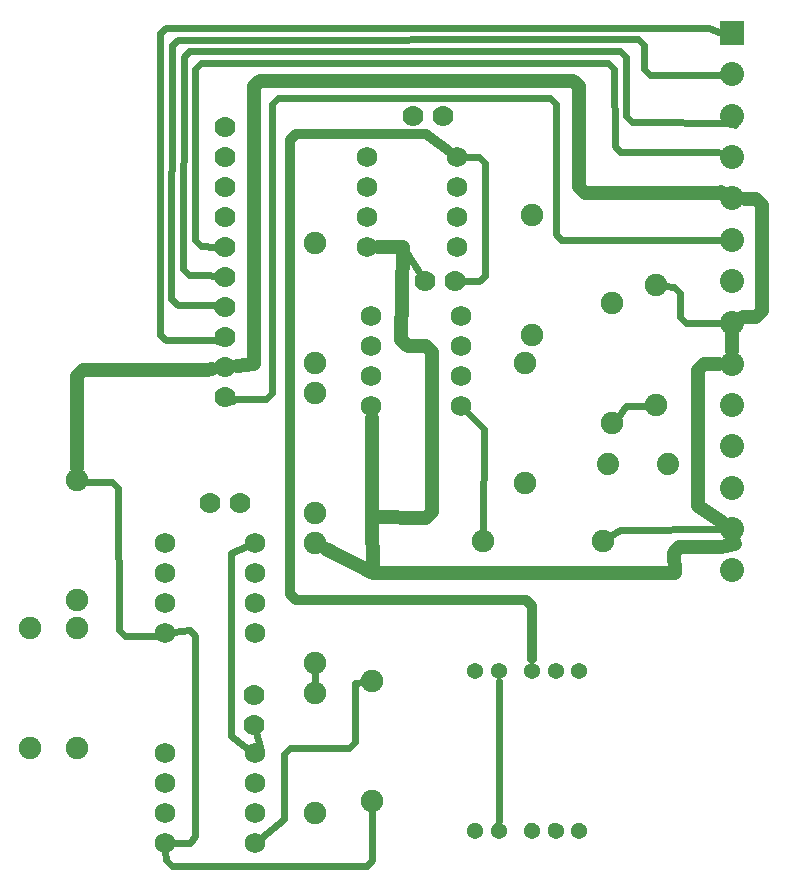
<source format=gbl>
G04 MADE WITH FRITZING*
G04 WWW.FRITZING.ORG*
G04 DOUBLE SIDED*
G04 HOLES PLATED*
G04 CONTOUR ON CENTER OF CONTOUR VECTOR*
%ASAXBY*%
%FSLAX23Y23*%
%MOIN*%
%OFA0B0*%
%SFA1.0B1.0*%
%ADD10C,0.074000*%
%ADD11C,0.075000*%
%ADD12C,0.070000*%
%ADD13C,0.053843*%
%ADD14C,0.080000*%
%ADD15C,0.068000*%
%ADD16R,0.080000X0.080000*%
%ADD17C,0.032000*%
%ADD18C,0.024000*%
%ADD19C,0.048000*%
%ADD20R,0.001000X0.001000*%
%LNCOPPER0*%
G90*
G70*
G54D10*
X2122Y1468D03*
X2322Y1468D03*
G54D11*
X196Y923D03*
X196Y523D03*
X2282Y2065D03*
X2282Y1665D03*
X1337Y746D03*
X1337Y346D03*
X1705Y1212D03*
X2105Y1212D03*
G54D12*
X1473Y2629D03*
X1573Y2629D03*
X1513Y2078D03*
X1613Y2078D03*
X944Y600D03*
X944Y700D03*
X795Y1341D03*
X895Y1341D03*
G54D13*
X1680Y247D03*
X1759Y247D03*
X1869Y247D03*
X1948Y247D03*
X2026Y247D03*
X1680Y779D03*
X1759Y779D03*
X1869Y779D03*
X1948Y779D03*
X2026Y779D03*
G54D12*
X845Y2593D03*
X845Y2493D03*
X845Y2393D03*
X845Y2293D03*
X845Y2193D03*
X845Y2093D03*
X845Y1993D03*
X845Y1893D03*
X845Y1793D03*
X845Y1693D03*
G54D11*
X2137Y1605D03*
X2137Y2005D03*
X1145Y2205D03*
X1145Y1805D03*
X353Y1415D03*
X353Y1015D03*
X353Y923D03*
X353Y523D03*
X1145Y1705D03*
X1145Y1305D03*
X1869Y2301D03*
X1869Y1901D03*
X1145Y1205D03*
X1145Y805D03*
X1145Y705D03*
X1145Y305D03*
X1845Y1805D03*
X1845Y1405D03*
G54D14*
X2536Y2906D03*
X2536Y2768D03*
X2536Y2630D03*
X2536Y2493D03*
X2536Y2355D03*
X2536Y2217D03*
X2536Y2079D03*
X2536Y1941D03*
X2536Y1804D03*
X2536Y1666D03*
X2536Y1528D03*
X2536Y1390D03*
X2536Y1252D03*
X2536Y1115D03*
G54D15*
X645Y1205D03*
X645Y1105D03*
X645Y1005D03*
X645Y905D03*
X945Y905D03*
X945Y1005D03*
X945Y1105D03*
X945Y1205D03*
X645Y505D03*
X645Y405D03*
X645Y305D03*
X645Y205D03*
X945Y205D03*
X945Y305D03*
X945Y405D03*
X945Y505D03*
X1318Y2493D03*
X1318Y2393D03*
X1318Y2293D03*
X1318Y2193D03*
X1618Y2193D03*
X1618Y2293D03*
X1618Y2393D03*
X1618Y2493D03*
X1333Y1962D03*
X1333Y1862D03*
X1333Y1762D03*
X1333Y1662D03*
X1633Y1662D03*
X1633Y1762D03*
X1633Y1862D03*
X1633Y1962D03*
G54D16*
X2536Y2906D03*
G54D17*
X1515Y2570D02*
X1591Y2513D01*
D02*
X1082Y2570D02*
X1515Y2570D01*
D02*
X1061Y2551D02*
X1082Y2570D01*
D02*
X1061Y1035D02*
X1061Y2551D01*
D02*
X1082Y1016D02*
X1061Y1035D01*
D02*
X1849Y1016D02*
X1082Y1016D01*
D02*
X1869Y995D02*
X1849Y1016D01*
D02*
X1869Y818D02*
X1869Y995D01*
G54D18*
D02*
X1759Y745D02*
X1759Y281D01*
D02*
X865Y563D02*
X865Y1172D01*
D02*
X865Y1172D02*
X920Y1195D01*
D02*
X923Y521D02*
X865Y563D01*
D02*
X1712Y2473D02*
X1712Y2097D01*
D02*
X1712Y2097D02*
X1692Y2078D01*
D02*
X1692Y2493D02*
X1712Y2473D01*
D02*
X1692Y2078D02*
X1639Y2078D01*
D02*
X1645Y2493D02*
X1692Y2493D01*
D02*
X963Y525D02*
X963Y525D01*
D02*
X950Y575D02*
X963Y525D01*
D02*
X2382Y1941D02*
X2505Y1941D01*
D02*
X2362Y1960D02*
X2382Y1941D01*
D02*
X2362Y2039D02*
X2362Y1960D01*
D02*
X2343Y2058D02*
X2362Y2039D01*
D02*
X2311Y2062D02*
X2343Y2058D01*
D02*
X2184Y1664D02*
X2155Y1627D01*
D02*
X2254Y1664D02*
X2184Y1664D01*
D02*
X2163Y1250D02*
X2129Y1228D01*
D02*
X2505Y1252D02*
X2163Y1250D01*
D02*
X1710Y1586D02*
X1705Y1241D01*
D02*
X1652Y1643D02*
X1710Y1586D01*
D02*
X668Y129D02*
X1318Y129D01*
D02*
X1318Y129D02*
X1337Y149D01*
D02*
X648Y149D02*
X668Y129D01*
D02*
X1337Y149D02*
X1337Y317D01*
D02*
X646Y178D02*
X648Y149D01*
D02*
X1278Y543D02*
X1279Y740D01*
D02*
X1259Y522D02*
X1278Y543D01*
D02*
X1062Y522D02*
X1259Y522D01*
D02*
X1043Y503D02*
X1062Y522D01*
D02*
X1042Y287D02*
X1043Y503D01*
D02*
X1279Y740D02*
X1309Y743D01*
D02*
X966Y222D02*
X1042Y287D01*
D02*
X1440Y2193D02*
X1499Y2100D01*
G54D19*
D02*
X1338Y1107D02*
X1181Y1187D01*
D02*
X352Y1764D02*
X353Y1455D01*
D02*
X372Y1784D02*
X352Y1764D01*
D02*
X787Y1782D02*
X372Y1784D01*
D02*
X804Y1785D02*
X787Y1782D01*
G54D18*
D02*
X490Y1388D02*
X470Y1408D01*
D02*
X491Y917D02*
X490Y1388D01*
D02*
X391Y1409D02*
X381Y1410D01*
D02*
X470Y1408D02*
X391Y1409D01*
D02*
X609Y897D02*
X512Y897D01*
D02*
X512Y897D02*
X491Y917D01*
D02*
X619Y899D02*
X609Y897D01*
D02*
X746Y897D02*
X728Y917D01*
D02*
X746Y228D02*
X746Y897D01*
D02*
X728Y207D02*
X746Y228D01*
D02*
X728Y917D02*
X672Y909D01*
D02*
X672Y206D02*
X728Y207D01*
D02*
X1145Y776D02*
X1145Y733D01*
G54D19*
D02*
X2342Y1172D02*
X2346Y1107D01*
D02*
X2360Y1193D02*
X2342Y1172D01*
D02*
X2544Y1211D02*
X2545Y1204D01*
D02*
X2498Y1193D02*
X2360Y1193D01*
D02*
X2545Y1204D02*
X2498Y1193D01*
D02*
X1338Y1107D02*
X1337Y1292D01*
D02*
X2346Y1107D02*
X1338Y1107D01*
D02*
X2441Y1803D02*
X2493Y1803D01*
D02*
X2421Y1784D02*
X2441Y1803D01*
D02*
X2421Y1329D02*
X2421Y1784D01*
D02*
X2501Y1276D02*
X2421Y1329D01*
D02*
X2536Y1899D02*
X2536Y1846D01*
G54D18*
D02*
X1928Y2688D02*
X1023Y2688D01*
D02*
X1023Y2688D02*
X1003Y2668D01*
D02*
X1948Y2668D02*
X1928Y2688D01*
D02*
X865Y1685D02*
X874Y1681D01*
D02*
X983Y1685D02*
X865Y1685D01*
D02*
X1003Y1705D02*
X983Y1685D01*
D02*
X1003Y2668D02*
X1003Y1705D01*
D02*
X1967Y2216D02*
X1948Y2235D01*
D02*
X1948Y2235D02*
X1948Y2668D01*
D02*
X2498Y2216D02*
X1967Y2216D01*
D02*
X2505Y2216D02*
X2498Y2216D01*
G54D19*
D02*
X964Y2747D02*
X943Y2728D01*
D02*
X2006Y2746D02*
X964Y2747D01*
D02*
X943Y1802D02*
X887Y1797D01*
D02*
X943Y2728D02*
X943Y1802D01*
D02*
X2026Y2728D02*
X2006Y2746D01*
D02*
X2026Y2393D02*
X2026Y2728D01*
D02*
X2045Y2372D02*
X2026Y2393D01*
D02*
X2499Y2374D02*
X2045Y2372D01*
D02*
X2498Y2375D02*
X2499Y2374D01*
G54D18*
D02*
X747Y2787D02*
X747Y2215D01*
D02*
X767Y2195D02*
X814Y2194D01*
D02*
X747Y2215D02*
X767Y2195D01*
D02*
X2145Y2531D02*
X2144Y2787D01*
D02*
X2124Y2807D02*
X767Y2807D01*
D02*
X767Y2807D02*
X747Y2787D01*
D02*
X2144Y2787D02*
X2124Y2807D01*
D02*
X2164Y2511D02*
X2145Y2531D01*
D02*
X2479Y2511D02*
X2164Y2511D01*
D02*
X2544Y2504D02*
X2479Y2511D01*
D02*
X2554Y2517D02*
X2544Y2504D01*
D02*
X2163Y2845D02*
X2184Y2827D01*
D02*
X727Y2846D02*
X2163Y2845D01*
D02*
X708Y2826D02*
X727Y2846D01*
D02*
X707Y2118D02*
X708Y2826D01*
D02*
X726Y2099D02*
X707Y2118D01*
D02*
X787Y2099D02*
X726Y2099D01*
D02*
X814Y2096D02*
X787Y2099D01*
D02*
X2184Y2827D02*
X2184Y2628D01*
D02*
X2184Y2628D02*
X2204Y2609D01*
D02*
X2204Y2609D02*
X2545Y2606D01*
D02*
X2545Y2606D02*
X2546Y2601D01*
D02*
X806Y1998D02*
X815Y1997D01*
D02*
X688Y2000D02*
X806Y1998D01*
D02*
X667Y2019D02*
X688Y2000D01*
D02*
X668Y2866D02*
X667Y2019D01*
D02*
X688Y2884D02*
X668Y2866D01*
D02*
X2222Y2885D02*
X688Y2884D01*
D02*
X2242Y2866D02*
X2222Y2885D01*
D02*
X2242Y2787D02*
X2242Y2866D01*
D02*
X2261Y2767D02*
X2242Y2787D01*
D02*
X2520Y2767D02*
X2261Y2767D01*
D02*
X2505Y2765D02*
X2520Y2767D01*
D02*
X826Y1882D02*
X819Y1878D01*
D02*
X648Y1882D02*
X826Y1882D01*
D02*
X629Y1901D02*
X648Y1882D01*
D02*
X630Y2905D02*
X629Y1901D01*
D02*
X649Y2924D02*
X630Y2905D01*
D02*
X2460Y2924D02*
X649Y2924D01*
D02*
X2500Y2905D02*
X2460Y2924D01*
D02*
X2505Y2905D02*
X2500Y2905D01*
G54D19*
D02*
X2578Y1960D02*
X2574Y1958D01*
D02*
X2617Y1960D02*
X2578Y1960D01*
D02*
X2637Y1980D02*
X2617Y1960D01*
D02*
X2637Y2333D02*
X2637Y1980D01*
D02*
X2617Y2353D02*
X2637Y2333D01*
D02*
X2578Y2354D02*
X2617Y2353D01*
D02*
X1337Y1606D02*
X1336Y1623D01*
D02*
X1337Y1292D02*
X1337Y1606D01*
D02*
X1516Y1290D02*
X1337Y1292D01*
D02*
X1535Y1842D02*
X1535Y1310D01*
D02*
X1535Y1310D02*
X1516Y1290D01*
D02*
X1516Y1862D02*
X1535Y1842D01*
D02*
X1457Y1862D02*
X1516Y1862D01*
D02*
X1434Y1882D02*
X1457Y1862D01*
D02*
X1440Y2193D02*
X1434Y1882D01*
D02*
X1356Y2193D02*
X1440Y2193D01*
G54D20*
X1678Y805D02*
X1679Y805D01*
X1757Y805D02*
X1758Y805D01*
X1867Y805D02*
X1868Y805D01*
X1946Y805D02*
X1947Y805D01*
X2024Y805D02*
X2026Y805D01*
X1672Y804D02*
X1685Y804D01*
X1751Y804D02*
X1764Y804D01*
X1861Y804D02*
X1874Y804D01*
X1940Y804D02*
X1953Y804D01*
X2018Y804D02*
X2032Y804D01*
X1669Y803D02*
X1688Y803D01*
X1748Y803D02*
X1767Y803D01*
X1858Y803D02*
X1877Y803D01*
X1937Y803D02*
X1956Y803D01*
X2016Y803D02*
X2034Y803D01*
X1668Y802D02*
X1690Y802D01*
X1746Y802D02*
X1769Y802D01*
X1856Y802D02*
X1879Y802D01*
X1935Y802D02*
X1958Y802D01*
X2014Y802D02*
X2036Y802D01*
X1666Y801D02*
X1692Y801D01*
X1744Y801D02*
X1771Y801D01*
X1855Y801D02*
X1881Y801D01*
X1933Y801D02*
X1959Y801D01*
X2012Y801D02*
X2038Y801D01*
X1664Y800D02*
X1693Y800D01*
X1743Y800D02*
X1772Y800D01*
X1853Y800D02*
X1882Y800D01*
X1932Y800D02*
X1961Y800D01*
X2011Y800D02*
X2040Y800D01*
X1663Y799D02*
X1694Y799D01*
X1742Y799D02*
X1773Y799D01*
X1852Y799D02*
X1883Y799D01*
X1931Y799D02*
X1962Y799D01*
X2009Y799D02*
X2041Y799D01*
X1662Y798D02*
X1696Y798D01*
X1741Y798D02*
X1774Y798D01*
X1851Y798D02*
X1885Y798D01*
X1930Y798D02*
X1963Y798D01*
X2008Y798D02*
X2042Y798D01*
X1661Y797D02*
X1697Y797D01*
X1740Y797D02*
X1775Y797D01*
X1850Y797D02*
X1885Y797D01*
X1929Y797D02*
X1964Y797D01*
X2007Y797D02*
X2043Y797D01*
X1660Y796D02*
X1697Y796D01*
X1739Y796D02*
X1776Y796D01*
X1849Y796D02*
X1886Y796D01*
X1928Y796D02*
X1965Y796D01*
X2007Y796D02*
X2044Y796D01*
X1659Y795D02*
X1677Y795D01*
X1680Y795D02*
X1698Y795D01*
X1738Y795D02*
X1756Y795D01*
X1759Y795D02*
X1777Y795D01*
X1848Y795D02*
X1866Y795D01*
X1869Y795D02*
X1887Y795D01*
X1927Y795D02*
X1945Y795D01*
X1948Y795D02*
X1966Y795D01*
X2006Y795D02*
X2024Y795D01*
X2027Y795D02*
X2045Y795D01*
X1659Y794D02*
X1673Y794D01*
X1685Y794D02*
X1699Y794D01*
X1737Y794D02*
X1752Y794D01*
X1764Y794D02*
X1778Y794D01*
X1847Y794D02*
X1862Y794D01*
X1874Y794D02*
X1888Y794D01*
X1926Y794D02*
X1940Y794D01*
X1953Y794D02*
X1967Y794D01*
X2005Y794D02*
X2019Y794D01*
X2031Y794D02*
X2045Y794D01*
X1658Y793D02*
X1671Y793D01*
X1687Y793D02*
X1700Y793D01*
X1737Y793D02*
X1750Y793D01*
X1766Y793D02*
X1778Y793D01*
X1847Y793D02*
X1860Y793D01*
X1876Y793D02*
X1888Y793D01*
X1926Y793D02*
X1939Y793D01*
X1954Y793D02*
X1967Y793D01*
X2004Y793D02*
X2017Y793D01*
X2033Y793D02*
X2046Y793D01*
X1657Y792D02*
X1669Y792D01*
X1688Y792D02*
X1700Y792D01*
X1736Y792D02*
X1748Y792D01*
X1767Y792D02*
X1779Y792D01*
X1846Y792D02*
X1858Y792D01*
X1877Y792D02*
X1889Y792D01*
X1925Y792D02*
X1937Y792D01*
X1956Y792D02*
X1968Y792D01*
X2004Y792D02*
X2016Y792D01*
X2035Y792D02*
X2046Y792D01*
X1657Y791D02*
X1668Y791D01*
X1690Y791D02*
X1701Y791D01*
X1736Y791D02*
X1747Y791D01*
X1768Y791D02*
X1779Y791D01*
X1846Y791D02*
X1857Y791D01*
X1878Y791D02*
X1890Y791D01*
X1925Y791D02*
X1936Y791D01*
X1957Y791D02*
X1968Y791D01*
X2003Y791D02*
X2015Y791D01*
X2036Y791D02*
X2047Y791D01*
X1656Y790D02*
X1667Y790D01*
X1691Y790D02*
X1701Y790D01*
X1735Y790D02*
X1746Y790D01*
X1769Y790D02*
X1780Y790D01*
X1845Y790D02*
X1856Y790D01*
X1879Y790D02*
X1890Y790D01*
X1924Y790D02*
X1935Y790D01*
X1958Y790D02*
X1969Y790D01*
X2003Y790D02*
X2014Y790D01*
X2037Y790D02*
X2048Y790D01*
X1656Y789D02*
X1666Y789D01*
X1691Y789D02*
X1702Y789D01*
X1735Y789D02*
X1745Y789D01*
X1770Y789D02*
X1780Y789D01*
X1845Y789D02*
X1855Y789D01*
X1880Y789D02*
X1890Y789D01*
X1924Y789D02*
X1934Y789D01*
X1959Y789D02*
X1969Y789D01*
X2002Y789D02*
X2013Y789D01*
X2038Y789D02*
X2048Y789D01*
X1656Y788D02*
X1666Y788D01*
X1692Y788D02*
X1702Y788D01*
X1734Y788D02*
X1744Y788D01*
X1771Y788D02*
X1781Y788D01*
X1845Y788D02*
X1855Y788D01*
X1881Y788D02*
X1891Y788D01*
X1923Y788D02*
X1933Y788D01*
X1960Y788D02*
X1970Y788D01*
X2002Y788D02*
X2012Y788D01*
X2038Y788D02*
X2048Y788D01*
X1655Y787D02*
X1665Y787D01*
X1693Y787D02*
X1702Y787D01*
X1734Y787D02*
X1744Y787D01*
X1771Y787D02*
X1781Y787D01*
X1844Y787D02*
X1854Y787D01*
X1881Y787D02*
X1891Y787D01*
X1923Y787D02*
X1933Y787D01*
X1960Y787D02*
X1970Y787D01*
X2002Y787D02*
X2012Y787D01*
X2039Y787D02*
X2049Y787D01*
X1655Y786D02*
X1665Y786D01*
X1693Y786D02*
X1702Y786D01*
X1734Y786D02*
X1743Y786D01*
X1772Y786D02*
X1781Y786D01*
X1844Y786D02*
X1854Y786D01*
X1882Y786D02*
X1891Y786D01*
X1923Y786D02*
X1932Y786D01*
X1961Y786D02*
X1970Y786D01*
X2001Y786D02*
X2011Y786D01*
X2039Y786D02*
X2049Y786D01*
X1655Y785D02*
X1664Y785D01*
X1693Y785D02*
X1703Y785D01*
X1734Y785D02*
X1743Y785D01*
X1772Y785D02*
X1781Y785D01*
X1844Y785D02*
X1853Y785D01*
X1882Y785D02*
X1892Y785D01*
X1922Y785D02*
X1932Y785D01*
X1961Y785D02*
X1970Y785D01*
X2001Y785D02*
X2011Y785D01*
X2040Y785D02*
X2049Y785D01*
X1655Y784D02*
X1664Y784D01*
X1694Y784D02*
X1703Y784D01*
X1733Y784D02*
X1743Y784D01*
X1772Y784D02*
X1782Y784D01*
X1844Y784D02*
X1853Y784D01*
X1883Y784D02*
X1892Y784D01*
X1922Y784D02*
X1932Y784D01*
X1961Y784D02*
X1971Y784D01*
X2001Y784D02*
X2010Y784D01*
X2040Y784D02*
X2049Y784D01*
X1655Y783D02*
X1664Y783D01*
X1694Y783D02*
X1703Y783D01*
X1733Y783D02*
X1742Y783D01*
X1773Y783D02*
X1782Y783D01*
X1843Y783D02*
X1853Y783D01*
X1883Y783D02*
X1892Y783D01*
X1922Y783D02*
X1931Y783D01*
X1962Y783D02*
X1971Y783D01*
X2001Y783D02*
X2010Y783D01*
X2040Y783D02*
X2049Y783D01*
X1654Y782D02*
X1664Y782D01*
X1694Y782D02*
X1703Y782D01*
X1733Y782D02*
X1742Y782D01*
X1773Y782D02*
X1782Y782D01*
X1843Y782D02*
X1852Y782D01*
X1883Y782D02*
X1892Y782D01*
X1922Y782D02*
X1931Y782D01*
X1962Y782D02*
X1971Y782D01*
X2001Y782D02*
X2010Y782D01*
X2040Y782D02*
X2049Y782D01*
X1654Y781D02*
X1663Y781D01*
X1694Y781D02*
X1703Y781D01*
X1733Y781D02*
X1742Y781D01*
X1773Y781D02*
X1782Y781D01*
X1843Y781D02*
X1852Y781D01*
X1883Y781D02*
X1892Y781D01*
X1922Y781D02*
X1931Y781D01*
X1962Y781D02*
X1971Y781D01*
X2001Y781D02*
X2010Y781D01*
X2041Y781D02*
X2050Y781D01*
X1654Y780D02*
X1663Y780D01*
X1694Y780D02*
X1703Y780D01*
X1733Y780D02*
X1742Y780D01*
X1773Y780D02*
X1782Y780D01*
X1843Y780D02*
X1852Y780D01*
X1883Y780D02*
X1892Y780D01*
X1922Y780D02*
X1931Y780D01*
X1962Y780D02*
X1971Y780D01*
X2001Y780D02*
X2010Y780D01*
X2041Y780D02*
X2050Y780D01*
X1654Y779D02*
X1663Y779D01*
X1694Y779D02*
X1703Y779D01*
X1733Y779D02*
X1742Y779D01*
X1773Y779D02*
X1782Y779D01*
X1843Y779D02*
X1852Y779D01*
X1883Y779D02*
X1892Y779D01*
X1922Y779D02*
X1931Y779D01*
X1962Y779D02*
X1971Y779D01*
X2001Y779D02*
X2010Y779D01*
X2041Y779D02*
X2050Y779D01*
X1654Y778D02*
X1664Y778D01*
X1694Y778D02*
X1703Y778D01*
X1733Y778D02*
X1742Y778D01*
X1773Y778D02*
X1782Y778D01*
X1843Y778D02*
X1853Y778D01*
X1883Y778D02*
X1892Y778D01*
X1922Y778D02*
X1931Y778D01*
X1962Y778D02*
X1971Y778D01*
X2001Y778D02*
X2010Y778D01*
X2040Y778D02*
X2049Y778D01*
X1655Y777D02*
X1664Y777D01*
X1694Y777D02*
X1703Y777D01*
X1733Y777D02*
X1742Y777D01*
X1773Y777D02*
X1782Y777D01*
X1843Y777D02*
X1853Y777D01*
X1883Y777D02*
X1892Y777D01*
X1922Y777D02*
X1931Y777D01*
X1962Y777D02*
X1971Y777D01*
X2001Y777D02*
X2010Y777D01*
X2040Y777D02*
X2049Y777D01*
X1655Y776D02*
X1664Y776D01*
X1694Y776D02*
X1703Y776D01*
X1733Y776D02*
X1743Y776D01*
X1772Y776D02*
X1782Y776D01*
X1844Y776D02*
X1853Y776D01*
X1883Y776D02*
X1892Y776D01*
X1922Y776D02*
X1932Y776D01*
X1961Y776D02*
X1970Y776D01*
X2001Y776D02*
X2010Y776D01*
X2040Y776D02*
X2049Y776D01*
X1655Y775D02*
X1664Y775D01*
X1693Y775D02*
X1703Y775D01*
X1734Y775D02*
X1743Y775D01*
X1772Y775D02*
X1781Y775D01*
X1844Y775D02*
X1853Y775D01*
X1882Y775D02*
X1892Y775D01*
X1922Y775D02*
X1932Y775D01*
X1961Y775D02*
X1970Y775D01*
X2001Y775D02*
X2011Y775D01*
X2040Y775D02*
X2049Y775D01*
X1655Y774D02*
X1665Y774D01*
X1693Y774D02*
X1702Y774D01*
X1734Y774D02*
X1743Y774D01*
X1772Y774D02*
X1781Y774D01*
X1844Y774D02*
X1854Y774D01*
X1882Y774D02*
X1891Y774D01*
X1923Y774D02*
X1932Y774D01*
X1961Y774D02*
X1970Y774D01*
X2001Y774D02*
X2011Y774D01*
X2039Y774D02*
X2049Y774D01*
X1655Y773D02*
X1665Y773D01*
X1693Y773D02*
X1702Y773D01*
X1734Y773D02*
X1744Y773D01*
X1771Y773D02*
X1781Y773D01*
X1844Y773D02*
X1854Y773D01*
X1881Y773D02*
X1891Y773D01*
X1923Y773D02*
X1933Y773D01*
X1960Y773D02*
X1970Y773D01*
X2002Y773D02*
X2012Y773D01*
X2039Y773D02*
X2049Y773D01*
X1656Y772D02*
X1666Y772D01*
X1692Y772D02*
X1702Y772D01*
X1734Y772D02*
X1744Y772D01*
X1771Y772D02*
X1781Y772D01*
X1845Y772D02*
X1855Y772D01*
X1881Y772D02*
X1891Y772D01*
X1923Y772D02*
X1933Y772D01*
X1960Y772D02*
X1969Y772D01*
X2002Y772D02*
X2012Y772D01*
X2038Y772D02*
X2048Y772D01*
X1656Y771D02*
X1666Y771D01*
X1691Y771D02*
X1701Y771D01*
X1735Y771D02*
X1745Y771D01*
X1770Y771D02*
X1780Y771D01*
X1845Y771D02*
X1855Y771D01*
X1880Y771D02*
X1890Y771D01*
X1924Y771D02*
X1934Y771D01*
X1959Y771D02*
X1969Y771D01*
X2002Y771D02*
X2013Y771D01*
X2038Y771D02*
X2048Y771D01*
X1657Y770D02*
X1667Y770D01*
X1690Y770D02*
X1701Y770D01*
X1735Y770D02*
X1746Y770D01*
X1769Y770D02*
X1780Y770D01*
X1845Y770D02*
X1856Y770D01*
X1879Y770D02*
X1890Y770D01*
X1924Y770D02*
X1935Y770D01*
X1958Y770D02*
X1969Y770D01*
X2003Y770D02*
X2014Y770D01*
X2037Y770D02*
X2047Y770D01*
X1657Y769D02*
X1668Y769D01*
X1689Y769D02*
X1701Y769D01*
X1736Y769D02*
X1747Y769D01*
X1768Y769D02*
X1779Y769D01*
X1846Y769D02*
X1857Y769D01*
X1878Y769D02*
X1889Y769D01*
X1925Y769D02*
X1936Y769D01*
X1957Y769D02*
X1968Y769D01*
X2003Y769D02*
X2015Y769D01*
X2036Y769D02*
X2047Y769D01*
X1658Y768D02*
X1669Y768D01*
X1688Y768D02*
X1700Y768D01*
X1736Y768D02*
X1748Y768D01*
X1767Y768D02*
X1779Y768D01*
X1846Y768D02*
X1858Y768D01*
X1877Y768D02*
X1889Y768D01*
X1925Y768D02*
X1937Y768D01*
X1956Y768D02*
X1968Y768D01*
X2004Y768D02*
X2016Y768D01*
X2035Y768D02*
X2046Y768D01*
X1658Y767D02*
X1671Y767D01*
X1687Y767D02*
X1699Y767D01*
X1737Y767D02*
X1750Y767D01*
X1765Y767D02*
X1778Y767D01*
X1847Y767D02*
X1860Y767D01*
X1876Y767D02*
X1888Y767D01*
X1926Y767D02*
X1939Y767D01*
X1954Y767D02*
X1967Y767D01*
X2004Y767D02*
X2017Y767D01*
X2033Y767D02*
X2046Y767D01*
X1659Y766D02*
X1673Y766D01*
X1685Y766D02*
X1699Y766D01*
X1737Y766D02*
X1752Y766D01*
X1763Y766D02*
X1778Y766D01*
X1848Y766D02*
X1862Y766D01*
X1874Y766D02*
X1888Y766D01*
X1926Y766D02*
X1941Y766D01*
X1952Y766D02*
X1966Y766D01*
X2005Y766D02*
X2019Y766D01*
X2031Y766D02*
X2045Y766D01*
X1660Y765D02*
X1698Y765D01*
X1738Y765D02*
X1777Y765D01*
X1848Y765D02*
X1887Y765D01*
X1927Y765D02*
X1966Y765D01*
X2006Y765D02*
X2044Y765D01*
X1660Y764D02*
X1697Y764D01*
X1739Y764D02*
X1776Y764D01*
X1849Y764D02*
X1886Y764D01*
X1928Y764D02*
X1965Y764D01*
X2007Y764D02*
X2044Y764D01*
X1661Y763D02*
X1696Y763D01*
X1740Y763D02*
X1775Y763D01*
X1850Y763D02*
X1885Y763D01*
X1929Y763D02*
X1964Y763D01*
X2008Y763D02*
X2043Y763D01*
X1662Y762D02*
X1695Y762D01*
X1741Y762D02*
X1774Y762D01*
X1851Y762D02*
X1884Y762D01*
X1930Y762D02*
X1963Y762D01*
X2009Y762D02*
X2042Y762D01*
X1663Y761D02*
X1694Y761D01*
X1742Y761D02*
X1773Y761D01*
X1852Y761D02*
X1883Y761D01*
X1931Y761D02*
X1962Y761D01*
X2010Y761D02*
X2040Y761D01*
X1665Y760D02*
X1693Y760D01*
X1743Y760D02*
X1772Y760D01*
X1854Y760D02*
X1882Y760D01*
X1932Y760D02*
X1961Y760D01*
X2011Y760D02*
X2039Y760D01*
X1666Y759D02*
X1691Y759D01*
X1745Y759D02*
X1770Y759D01*
X1855Y759D02*
X1880Y759D01*
X1934Y759D02*
X1959Y759D01*
X2012Y759D02*
X2038Y759D01*
X1668Y758D02*
X1690Y758D01*
X1747Y758D02*
X1768Y758D01*
X1857Y758D02*
X1879Y758D01*
X1936Y758D02*
X1957Y758D01*
X2014Y758D02*
X2036Y758D01*
X1670Y757D02*
X1688Y757D01*
X1749Y757D02*
X1766Y757D01*
X1859Y757D02*
X1877Y757D01*
X1938Y757D02*
X1955Y757D01*
X2016Y757D02*
X2034Y757D01*
X1673Y756D02*
X1685Y756D01*
X1752Y756D02*
X1763Y756D01*
X1862Y756D02*
X1874Y756D01*
X1941Y756D02*
X1952Y756D01*
X2019Y756D02*
X2031Y756D01*
X1675Y273D02*
X1683Y273D01*
X1753Y273D02*
X1762Y273D01*
X1863Y273D02*
X1872Y273D01*
X1942Y273D02*
X1951Y273D01*
X2021Y273D02*
X2029Y273D01*
X1671Y272D02*
X1687Y272D01*
X1750Y272D02*
X1765Y272D01*
X1860Y272D02*
X1876Y272D01*
X1939Y272D02*
X1954Y272D01*
X2017Y272D02*
X2033Y272D01*
X1669Y271D02*
X1689Y271D01*
X1747Y271D02*
X1768Y271D01*
X1858Y271D02*
X1878Y271D01*
X1936Y271D02*
X1957Y271D01*
X2015Y271D02*
X2035Y271D01*
X1667Y270D02*
X1691Y270D01*
X1745Y270D02*
X1769Y270D01*
X1856Y270D02*
X1880Y270D01*
X1934Y270D02*
X1958Y270D01*
X2013Y270D02*
X2037Y270D01*
X1665Y269D02*
X1692Y269D01*
X1744Y269D02*
X1771Y269D01*
X1854Y269D02*
X1881Y269D01*
X1933Y269D02*
X1960Y269D01*
X2011Y269D02*
X2039Y269D01*
X1664Y268D02*
X1694Y268D01*
X1743Y268D02*
X1772Y268D01*
X1853Y268D02*
X1883Y268D01*
X1931Y268D02*
X1961Y268D01*
X2010Y268D02*
X2040Y268D01*
X1663Y267D02*
X1695Y267D01*
X1741Y267D02*
X1774Y267D01*
X1852Y267D02*
X1884Y267D01*
X1930Y267D02*
X1963Y267D01*
X2009Y267D02*
X2041Y267D01*
X1662Y266D02*
X1696Y266D01*
X1740Y266D02*
X1775Y266D01*
X1850Y266D02*
X1885Y266D01*
X1929Y266D02*
X1964Y266D01*
X2008Y266D02*
X2042Y266D01*
X1661Y265D02*
X1697Y265D01*
X1739Y265D02*
X1776Y265D01*
X1850Y265D02*
X1886Y265D01*
X1928Y265D02*
X1964Y265D01*
X2007Y265D02*
X2043Y265D01*
X1660Y264D02*
X1698Y264D01*
X1739Y264D02*
X1776Y264D01*
X1849Y264D02*
X1887Y264D01*
X1927Y264D02*
X1965Y264D01*
X2006Y264D02*
X2044Y264D01*
X1659Y263D02*
X1675Y263D01*
X1683Y263D02*
X1699Y263D01*
X1738Y263D02*
X1753Y263D01*
X1762Y263D02*
X1777Y263D01*
X1848Y263D02*
X1864Y263D01*
X1872Y263D02*
X1887Y263D01*
X1927Y263D02*
X1942Y263D01*
X1951Y263D02*
X1966Y263D01*
X2005Y263D02*
X2021Y263D01*
X2029Y263D02*
X2045Y263D01*
X1658Y262D02*
X1672Y262D01*
X1686Y262D02*
X1699Y262D01*
X1737Y262D02*
X1751Y262D01*
X1764Y262D02*
X1778Y262D01*
X1847Y262D02*
X1861Y262D01*
X1875Y262D02*
X1888Y262D01*
X1926Y262D02*
X1940Y262D01*
X1953Y262D02*
X1967Y262D01*
X2005Y262D02*
X2018Y262D01*
X2032Y262D02*
X2046Y262D01*
X1658Y261D02*
X1670Y261D01*
X1688Y261D02*
X1700Y261D01*
X1736Y261D02*
X1749Y261D01*
X1766Y261D02*
X1778Y261D01*
X1847Y261D02*
X1859Y261D01*
X1876Y261D02*
X1889Y261D01*
X1925Y261D02*
X1938Y261D01*
X1955Y261D02*
X1967Y261D01*
X2004Y261D02*
X2016Y261D01*
X2034Y261D02*
X2046Y261D01*
X1657Y260D02*
X1669Y260D01*
X1689Y260D02*
X1700Y260D01*
X1736Y260D02*
X1748Y260D01*
X1768Y260D02*
X1779Y260D01*
X1846Y260D02*
X1858Y260D01*
X1878Y260D02*
X1889Y260D01*
X1925Y260D02*
X1936Y260D01*
X1956Y260D02*
X1968Y260D01*
X2004Y260D02*
X2015Y260D01*
X2035Y260D02*
X2047Y260D01*
X1657Y259D02*
X1668Y259D01*
X1690Y259D02*
X1701Y259D01*
X1735Y259D02*
X1746Y259D01*
X1769Y259D02*
X1780Y259D01*
X1846Y259D02*
X1857Y259D01*
X1879Y259D02*
X1890Y259D01*
X1924Y259D02*
X1935Y259D01*
X1958Y259D02*
X1968Y259D01*
X2003Y259D02*
X2014Y259D01*
X2036Y259D02*
X2047Y259D01*
X1656Y258D02*
X1667Y258D01*
X1691Y258D02*
X1701Y258D01*
X1735Y258D02*
X1746Y258D01*
X1770Y258D02*
X1780Y258D01*
X1845Y258D02*
X1856Y258D01*
X1880Y258D02*
X1890Y258D01*
X1924Y258D02*
X1934Y258D01*
X1958Y258D02*
X1969Y258D01*
X2003Y258D02*
X2013Y258D01*
X2037Y258D02*
X2048Y258D01*
X1656Y257D02*
X1666Y257D01*
X1692Y257D02*
X1702Y257D01*
X1735Y257D02*
X1745Y257D01*
X1770Y257D02*
X1780Y257D01*
X1845Y257D02*
X1855Y257D01*
X1881Y257D02*
X1891Y257D01*
X1923Y257D02*
X1934Y257D01*
X1959Y257D02*
X1969Y257D01*
X2002Y257D02*
X2012Y257D01*
X2038Y257D02*
X2048Y257D01*
X1655Y256D02*
X1665Y256D01*
X1692Y256D02*
X1702Y256D01*
X1734Y256D02*
X1744Y256D01*
X1771Y256D02*
X1781Y256D01*
X1844Y256D02*
X1854Y256D01*
X1881Y256D02*
X1891Y256D01*
X1923Y256D02*
X1933Y256D01*
X1960Y256D02*
X1970Y256D01*
X2002Y256D02*
X2012Y256D01*
X2039Y256D02*
X2048Y256D01*
X1655Y255D02*
X1665Y255D01*
X1693Y255D02*
X1702Y255D01*
X1734Y255D02*
X1744Y255D01*
X1771Y255D02*
X1781Y255D01*
X1844Y255D02*
X1854Y255D01*
X1882Y255D02*
X1891Y255D01*
X1923Y255D02*
X1933Y255D01*
X1960Y255D02*
X1970Y255D01*
X2002Y255D02*
X2011Y255D01*
X2039Y255D02*
X2049Y255D01*
X1655Y254D02*
X1664Y254D01*
X1693Y254D02*
X1703Y254D01*
X1734Y254D02*
X1743Y254D01*
X1772Y254D02*
X1781Y254D01*
X1844Y254D02*
X1853Y254D01*
X1882Y254D02*
X1892Y254D01*
X1923Y254D02*
X1932Y254D01*
X1961Y254D02*
X1970Y254D01*
X2001Y254D02*
X2011Y254D01*
X2040Y254D02*
X2049Y254D01*
X1655Y253D02*
X1664Y253D01*
X1694Y253D02*
X1703Y253D01*
X1733Y253D02*
X1743Y253D01*
X1772Y253D02*
X1782Y253D01*
X1844Y253D02*
X1853Y253D01*
X1882Y253D02*
X1892Y253D01*
X1922Y253D02*
X1932Y253D01*
X1961Y253D02*
X1970Y253D01*
X2001Y253D02*
X2010Y253D01*
X2040Y253D02*
X2049Y253D01*
X1655Y252D02*
X1664Y252D01*
X1694Y252D02*
X1703Y252D01*
X1733Y252D02*
X1743Y252D01*
X1773Y252D02*
X1782Y252D01*
X1843Y252D02*
X1853Y252D01*
X1883Y252D02*
X1892Y252D01*
X1922Y252D02*
X1931Y252D01*
X1961Y252D02*
X1971Y252D01*
X2001Y252D02*
X2010Y252D01*
X2040Y252D02*
X2049Y252D01*
X1654Y251D02*
X1664Y251D01*
X1694Y251D02*
X1703Y251D01*
X1733Y251D02*
X1742Y251D01*
X1773Y251D02*
X1782Y251D01*
X1843Y251D02*
X1853Y251D01*
X1883Y251D02*
X1892Y251D01*
X1922Y251D02*
X1931Y251D01*
X1962Y251D02*
X1971Y251D01*
X2001Y251D02*
X2010Y251D01*
X2040Y251D02*
X2049Y251D01*
X1654Y250D02*
X1664Y250D01*
X1694Y250D02*
X1703Y250D01*
X1733Y250D02*
X1742Y250D01*
X1773Y250D02*
X1782Y250D01*
X1843Y250D02*
X1852Y250D01*
X1883Y250D02*
X1892Y250D01*
X1922Y250D02*
X1931Y250D01*
X1962Y250D02*
X1971Y250D01*
X2001Y250D02*
X2010Y250D01*
X2041Y250D02*
X2049Y250D01*
X1654Y249D02*
X1663Y249D01*
X1694Y249D02*
X1703Y249D01*
X1733Y249D02*
X1742Y249D01*
X1773Y249D02*
X1782Y249D01*
X1843Y249D02*
X1852Y249D01*
X1883Y249D02*
X1892Y249D01*
X1922Y249D02*
X1931Y249D01*
X1962Y249D02*
X1971Y249D01*
X2001Y249D02*
X2010Y249D01*
X2041Y249D02*
X2050Y249D01*
X1654Y248D02*
X1663Y248D01*
X1694Y248D02*
X1703Y248D01*
X1733Y248D02*
X1742Y248D01*
X1773Y248D02*
X1782Y248D01*
X1843Y248D02*
X1852Y248D01*
X1883Y248D02*
X1892Y248D01*
X1922Y248D02*
X1931Y248D01*
X1962Y248D02*
X1971Y248D01*
X2001Y248D02*
X2010Y248D01*
X2041Y248D02*
X2050Y248D01*
X1654Y247D02*
X1664Y247D01*
X1694Y247D02*
X1703Y247D01*
X1733Y247D02*
X1742Y247D01*
X1773Y247D02*
X1782Y247D01*
X1843Y247D02*
X1852Y247D01*
X1883Y247D02*
X1892Y247D01*
X1922Y247D02*
X1931Y247D01*
X1962Y247D02*
X1971Y247D01*
X2001Y247D02*
X2010Y247D01*
X2041Y247D02*
X2049Y247D01*
X1654Y246D02*
X1664Y246D01*
X1694Y246D02*
X1703Y246D01*
X1733Y246D02*
X1742Y246D01*
X1773Y246D02*
X1782Y246D01*
X1843Y246D02*
X1853Y246D01*
X1883Y246D02*
X1892Y246D01*
X1922Y246D02*
X1931Y246D01*
X1962Y246D02*
X1971Y246D01*
X2001Y246D02*
X2010Y246D01*
X2040Y246D02*
X2049Y246D01*
X1655Y245D02*
X1664Y245D01*
X1694Y245D02*
X1703Y245D01*
X1733Y245D02*
X1743Y245D01*
X1773Y245D02*
X1782Y245D01*
X1843Y245D02*
X1853Y245D01*
X1883Y245D02*
X1892Y245D01*
X1922Y245D02*
X1931Y245D01*
X1962Y245D02*
X1971Y245D01*
X2001Y245D02*
X2010Y245D01*
X2040Y245D02*
X2049Y245D01*
X1655Y244D02*
X1664Y244D01*
X1694Y244D02*
X1703Y244D01*
X1733Y244D02*
X1743Y244D01*
X1772Y244D02*
X1781Y244D01*
X1844Y244D02*
X1853Y244D01*
X1883Y244D02*
X1892Y244D01*
X1922Y244D02*
X1932Y244D01*
X1961Y244D02*
X1970Y244D01*
X2001Y244D02*
X2010Y244D01*
X2040Y244D02*
X2049Y244D01*
X1655Y243D02*
X1664Y243D01*
X1693Y243D02*
X1703Y243D01*
X1734Y243D02*
X1743Y243D01*
X1772Y243D02*
X1781Y243D01*
X1844Y243D02*
X1853Y243D01*
X1882Y243D02*
X1891Y243D01*
X1923Y243D02*
X1932Y243D01*
X1961Y243D02*
X1970Y243D01*
X2001Y243D02*
X2011Y243D01*
X2040Y243D02*
X2049Y243D01*
X1655Y242D02*
X1665Y242D01*
X1693Y242D02*
X1702Y242D01*
X1734Y242D02*
X1744Y242D01*
X1772Y242D02*
X1781Y242D01*
X1844Y242D02*
X1854Y242D01*
X1882Y242D02*
X1891Y242D01*
X1923Y242D02*
X1933Y242D01*
X1960Y242D02*
X1970Y242D01*
X2002Y242D02*
X2011Y242D01*
X2039Y242D02*
X2049Y242D01*
X1655Y241D02*
X1665Y241D01*
X1692Y241D02*
X1702Y241D01*
X1734Y241D02*
X1744Y241D01*
X1771Y241D02*
X1781Y241D01*
X1844Y241D02*
X1854Y241D01*
X1881Y241D02*
X1891Y241D01*
X1923Y241D02*
X1933Y241D01*
X1960Y241D02*
X1970Y241D01*
X2002Y241D02*
X2012Y241D01*
X2039Y241D02*
X2048Y241D01*
X1656Y240D02*
X1666Y240D01*
X1692Y240D02*
X1702Y240D01*
X1735Y240D02*
X1745Y240D01*
X1770Y240D02*
X1780Y240D01*
X1845Y240D02*
X1855Y240D01*
X1881Y240D02*
X1891Y240D01*
X1923Y240D02*
X1934Y240D01*
X1959Y240D02*
X1969Y240D01*
X2002Y240D02*
X2012Y240D01*
X2038Y240D02*
X2048Y240D01*
X1656Y239D02*
X1667Y239D01*
X1691Y239D02*
X1701Y239D01*
X1735Y239D02*
X1745Y239D01*
X1770Y239D02*
X1780Y239D01*
X1845Y239D02*
X1856Y239D01*
X1880Y239D02*
X1890Y239D01*
X1924Y239D02*
X1934Y239D01*
X1959Y239D02*
X1969Y239D01*
X2003Y239D02*
X2013Y239D01*
X2037Y239D02*
X2048Y239D01*
X1657Y238D02*
X1668Y238D01*
X1690Y238D02*
X1701Y238D01*
X1735Y238D02*
X1746Y238D01*
X1769Y238D02*
X1780Y238D01*
X1846Y238D02*
X1857Y238D01*
X1879Y238D02*
X1890Y238D01*
X1924Y238D02*
X1935Y238D01*
X1958Y238D02*
X1968Y238D01*
X2003Y238D02*
X2014Y238D01*
X2036Y238D02*
X2047Y238D01*
X1657Y237D02*
X1669Y237D01*
X1689Y237D02*
X1700Y237D01*
X1736Y237D02*
X1747Y237D01*
X1768Y237D02*
X1779Y237D01*
X1846Y237D02*
X1858Y237D01*
X1878Y237D02*
X1889Y237D01*
X1925Y237D02*
X1936Y237D01*
X1957Y237D02*
X1968Y237D01*
X2004Y237D02*
X2015Y237D01*
X2035Y237D02*
X2047Y237D01*
X1658Y236D02*
X1670Y236D01*
X1688Y236D02*
X1700Y236D01*
X1737Y236D02*
X1749Y236D01*
X1766Y236D02*
X1778Y236D01*
X1847Y236D02*
X1859Y236D01*
X1877Y236D02*
X1889Y236D01*
X1925Y236D02*
X1938Y236D01*
X1955Y236D02*
X1967Y236D01*
X2004Y236D02*
X2016Y236D01*
X2034Y236D02*
X2046Y236D01*
X1658Y235D02*
X1672Y235D01*
X1686Y235D02*
X1699Y235D01*
X1737Y235D02*
X1750Y235D01*
X1765Y235D02*
X1778Y235D01*
X1847Y235D02*
X1861Y235D01*
X1875Y235D02*
X1888Y235D01*
X1926Y235D02*
X1939Y235D01*
X1954Y235D02*
X1967Y235D01*
X2005Y235D02*
X2018Y235D01*
X2032Y235D02*
X2046Y235D01*
X1659Y234D02*
X1674Y234D01*
X1683Y234D02*
X1698Y234D01*
X1738Y234D02*
X1753Y234D01*
X1762Y234D02*
X1777Y234D01*
X1848Y234D02*
X1863Y234D01*
X1872Y234D02*
X1887Y234D01*
X1927Y234D02*
X1942Y234D01*
X1951Y234D02*
X1966Y234D01*
X2005Y234D02*
X2021Y234D01*
X2030Y234D02*
X2045Y234D01*
X1660Y233D02*
X1698Y233D01*
X1739Y233D02*
X1776Y233D01*
X1849Y233D02*
X1887Y233D01*
X1927Y233D02*
X1965Y233D01*
X2006Y233D02*
X2044Y233D01*
X1661Y232D02*
X1697Y232D01*
X1739Y232D02*
X1776Y232D01*
X1850Y232D02*
X1886Y232D01*
X1928Y232D02*
X1964Y232D01*
X2007Y232D02*
X2043Y232D01*
X1662Y231D02*
X1696Y231D01*
X1740Y231D02*
X1775Y231D01*
X1850Y231D02*
X1885Y231D01*
X1929Y231D02*
X1964Y231D01*
X2008Y231D02*
X2042Y231D01*
X1663Y230D02*
X1695Y230D01*
X1741Y230D02*
X1774Y230D01*
X1852Y230D02*
X1884Y230D01*
X1930Y230D02*
X1962Y230D01*
X2009Y230D02*
X2041Y230D01*
X1664Y229D02*
X1694Y229D01*
X1743Y229D02*
X1772Y229D01*
X1853Y229D02*
X1883Y229D01*
X1932Y229D02*
X1961Y229D01*
X2010Y229D02*
X2040Y229D01*
X1665Y228D02*
X1692Y228D01*
X1744Y228D02*
X1771Y228D01*
X1854Y228D02*
X1881Y228D01*
X1933Y228D02*
X1960Y228D01*
X2011Y228D02*
X2039Y228D01*
X1667Y227D02*
X1691Y227D01*
X1746Y227D02*
X1769Y227D01*
X1856Y227D02*
X1880Y227D01*
X1934Y227D02*
X1958Y227D01*
X2013Y227D02*
X2037Y227D01*
X1669Y226D02*
X1689Y226D01*
X1747Y226D02*
X1768Y226D01*
X1858Y226D02*
X1878Y226D01*
X1936Y226D02*
X1956Y226D01*
X2015Y226D02*
X2035Y226D01*
X1671Y225D02*
X1687Y225D01*
X1750Y225D02*
X1765Y225D01*
X1860Y225D02*
X1875Y225D01*
X1939Y225D02*
X1954Y225D01*
X2017Y225D02*
X2033Y225D01*
X1675Y224D02*
X1683Y224D01*
X1753Y224D02*
X1761Y224D01*
X1864Y224D02*
X1872Y224D01*
X1942Y224D02*
X1950Y224D01*
X2021Y224D02*
X2029Y224D01*
D02*
G04 End of Copper0*
M02*
</source>
